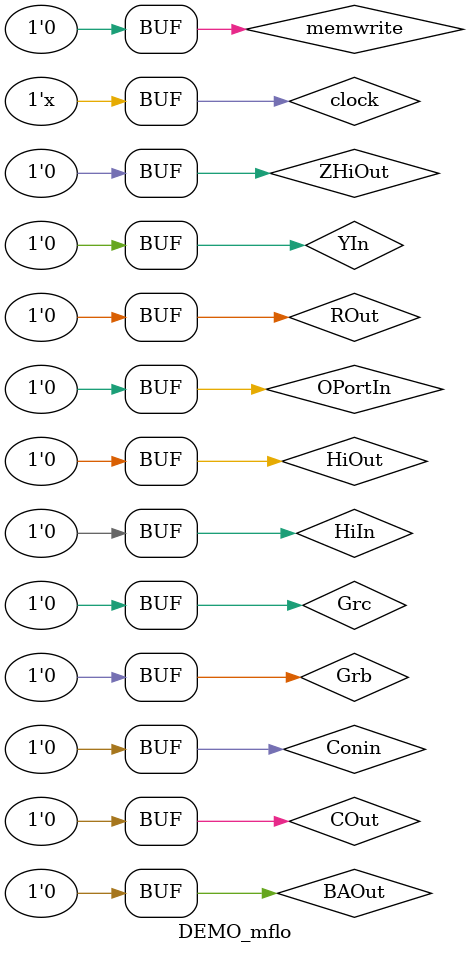
<source format=v>
`timescale 1ns/10ps
module DEMO_mflo();

reg clock, clear;
reg [3:0] present_state;

reg HiIn, LoIn, ZIn, PCIn, MDRIn, MARIn, YIn, OPortIn, IRIn;
initial {HiIn, LoIn, ZIn, PCIn, MDRIn, MARIn, YIn, OPortIn, IRIn} = 0;
reg HiOut, LoOut, ZHiOut, ZLoOut, PCOut, MDROut, IPortOut, COut;
initial {HiOut, LoOut, ZHiOut, ZLoOut, PCOut, MDROut, IPortOut, COut} = 0;

reg [31:0] IPortInput = 0;

reg Gra, Grb, Grc, RIn, ROut, BAOut;
initial {Gra, Grb, Grc, RIn, ROut, BAOut} = 0;

reg Conin = 0;
wire ConOut;

reg memread = 0, memwrite = 0;
reg [4:0] ALUCode = 0;
reg initMem = 0;

DataPath dp(
	clock, clear, 
	HiIn, LoIn, ZIn, PCIn, MDRIn, MARIn, YIn, OPortIn, IRIn,
	HiOut, LoOut, ZHiOut, ZLoOut, PCOut, MDROut, IPortOut, COut,
	IPortInput,
	Gra, Grb, Grc, RIn, ROut, BAOut,
	Conin, ConOut,
	memread, memwrite, 
	ALUCode,
	initMem
);


//states and clock control:
parameter init1 = 4'd1, init2 = 4'd2, init3 = 4'd3, T0 = 4'd4, T1 = 4'd5, T2 = 4'd6, T3 = 4'd7, T4 = 4'd8, T5 = 4'd9, T6 = 4'd10, T7 = 4'd11;//can add more states here
initial begin clock = 0; present_state = 4'd0; end
always #10 clock = ~clock;
always @ (negedge clock) present_state = present_state + 1;



always @(present_state) begin
	case(present_state)
		init1: begin //Preload Lo reg with value
			initMem = 1;
			IPortInput = 32'd777;
			IPortOut = 1;
			LoIn = 1;
			#15 LoIn = 0; IPortOut = 0; initMem = 0;
		end
		init2: begin
			//nothing happens
		end
		init3: begin
			PCIn = 1;
			IPortInput = 32'd362;//preload PC with instruction memory location
			IPortOut = 1;
			#15 PCIn = 0; IPortOut = 0;
		end
		T0: begin
			PCOut = 1; MARIn = 1; ALUCode = 5'b11111; ZIn = 1;
			#15 PCOut = 0; MARIn = 0; ALUCode = 5'b0; ZIn = 0;
		end
		T1: begin
			ZLoOut = 1; PCIn = 1; memread = 1; MDRIn = 1;
			#15 ZLoOut = 0; PCIn = 0; memread = 0; MDRIn = 0;
		end
		T2: begin
			MDROut = 1; IRIn = 1;
			#15 MDROut = 0; IRIn = 0;
		end
		T3: begin
			Gra = 1; RIn = 1; LoOut = 1;
			#15 Gra = 0; RIn = 0; LoOut = 0;
		end
		T4: begin

		end
		T5: begin

		end
		T6: begin

		end
		T7: begin

		end
	endcase
end
endmodule 
</source>
